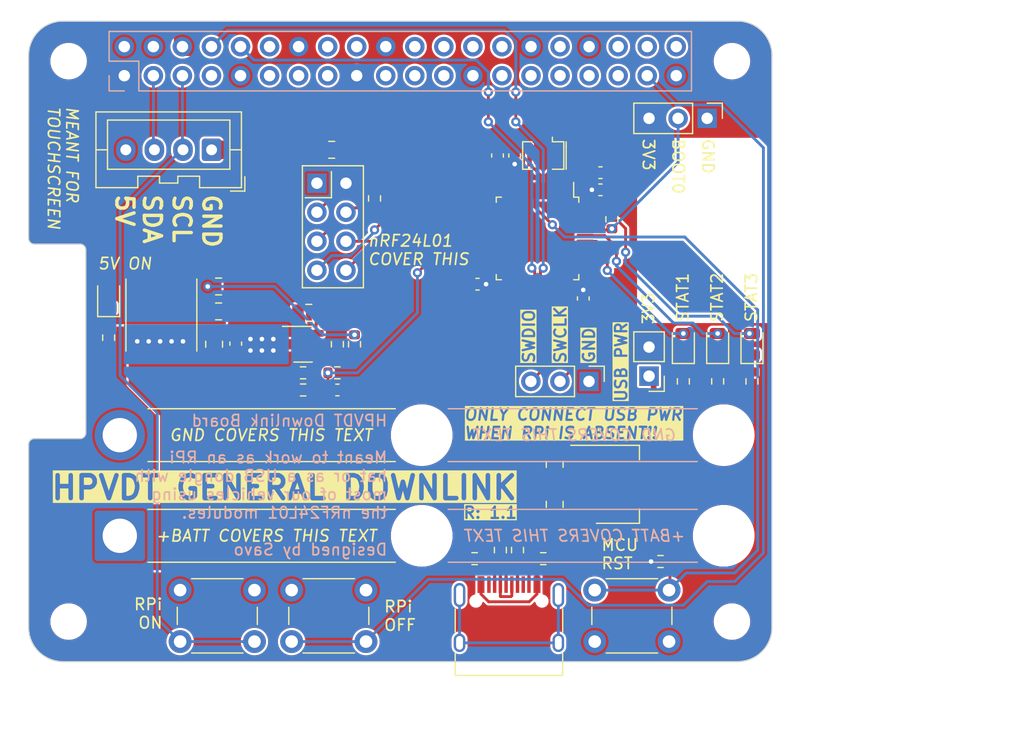
<source format=kicad_pcb>
(kicad_pcb (version 20221018) (generator pcbnew)
  (title_block (title "Downlink") (date "2023-12-05") (rev "1.1") (company "HPVDT") (comment 1 "Common downlink board") (comment 2 "Designed to mount to an RPi with a CSI display"))
  (layers (0 "F.Cu" signal) (31 "B.Cu" signal) (34 "B.Paste" user) (35 "F.Paste" user) (36 "B.SilkS" user "B.Silkscreen") (37 "F.SilkS" user "F.Silkscreen") (38 "B.Mask" user) (39 "F.Mask" user) (44 "Edge.Cuts" user))
  (net 0 "")
  (net 1 "GND")
  (net 2 "/SDA")
  (net 3 "/SCL")
  (net 4 "+3.3V")
  (net 5 "+5V")
  (net 6 "/BOOT0")
  (net 7 "+BATT")
  (net 8 "/FB")
  (net 9 "/RF_{INT}")
  (net 10 "/SCK")
  (net 11 "/MISO")
  (net 12 "/MOSI")
  (net 13 "/RF_{SEL}")
  (net 14 "/RF_{EN}")
  (net 15 "/BATT_{DIV}")
  (net 16 "Net-(D1-K)")
  (net 17 "/STATUS_{1}")
  (net 18 "Net-(D2-K)")
  (net 19 "/STATUS_{2}")
  (net 20 "Net-(D3-K)")
  (net 21 "/STATUS_{3}")
  (net 22 "/RPi_{TX}")
  (net 23 "/RPi_{RX}")
  (net 24 "/GPIO26")
  (net 25 "/D+")
  (net 26 "/D-")
  (net 27 "/USB_D-")
  (net 28 "/USB_D+")
  (net 29 "/SDWIO")
  (net 30 "/SWCLK")
  (net 31 "Net-(D4-K)")
  (net 32 "/RST_{MCU}")
  (net 33 "Net-(U1-VI)")
  (net 34 "Net-(JP1-A)")
  (net 35 "Net-(U2-VBST)")
  (net 36 "Net-(U2-SW)")
  (net 37 "Net-(J1-CC1)")
  (net 39 "Net-(J1-CC2)")
  (net 41 "unconnected-(J1-SHIELD-PadS1)")
  (net 65 "Net-(U2-EN)")
  (net 70 "Net-(U3-PD0)")
  (net 71 "Net-(U3-PD1)")
  (footprint "Connector_PinHeader_2.54mm:PinHeader_1x03_P2.54mm_Vertical" (layer "F.Cu") (at 149 75.5 -90)
    (fp_text reference "J4" hide)
    (fp_text value "PROGRAM")
  )
  (footprint "Capacitor_SMD:C_0603_1608Metric" (layer "F.Cu") (at 150 58.75 180)
    (fp_text reference "C9" hide)
    (fp_text value "100n")
  )
  (footprint "Resistor_SMD:R_0603_1608Metric" (layer "F.Cu") (at 163.25 75.5 90)
    (fp_text reference "R12" hide)
    (fp_text value "330")
  )
  (footprint "MountingHole:MountingHole_2.7mm_M2.5" (layer "F.Cu") (at 161.5 47.5)
    (fp_text reference "MH2" hide)
    (fp_text value "MountingHole_2.7mm_M2.5" hide)
  )
  (footprint "Resistor_SMD:R_0603_1608Metric" (layer "F.Cu") (at 124 74.75)
    (fp_text reference "R5" hide)
    (fp_text value "10k")
  )
  (footprint "Resistor_SMD:R_0603_1608Metric" (layer "F.Cu") (at 151 61.325 -90)
    (fp_text reference "R9" hide)
    (fp_text value "10k")
  )
  (footprint "Capacitor_SMD:C_0805_2012Metric" (layer "F.Cu") (at 116.6125 69.38 180)
    (fp_text reference "C6" hide)
    (fp_text value "22u")
  )
  (footprint "Capacitor_SMD:C_0603_1608Metric" (layer "F.Cu") (at 150 57.25 180)
    (fp_text reference "C15" hide)
    (fp_text value "1u")
  )
  (footprint "Resistor_SMD:R_0603_1608Metric" (layer "F.Cu") (at 141.25 90.25 90)
    (fp_text reference "R3" hide)
    (fp_text value "22")
  )
  (footprint "Package_TO_SOT_SMD:TSOT-23-6" (layer "F.Cu") (at 124 72.25)
    (fp_text reference "U2" hide)
    (fp_text value "TPS563208DDCR")
  )
  (footprint "Button_Switch_THT:SW_PUSH_6mm_H4.3mm" (layer "F.Cu") (at 123 93.75)
    (fp_text reference "SW2" hide)
    (fp_text value "RPi_{OFF}")
  )
  (footprint "Resistor_SMD:R_0603_1608Metric" (layer "F.Cu") (at 128.5 72.25 -90)
    (fp_text reference "R6" hide)
    (fp_text value "54k9")
  )
  (footprint "Package_TO_SOT_SMD:SOT-223-3_TabPin2" (layer "F.Cu") (at 151.5 84.5)
    (fp_text reference "U1" hide)
    (fp_text value "AZ1117-3.3")
  )
  (footprint "Button_Switch_THT:SW_PUSH_6mm_H4.3mm" (layer "F.Cu") (at 156 98.25 180)
    (fp_text reference "SW3" hide)
    (fp_text value "MCU_{RST}")
  )
  (footprint "Capacitor_SMD:C_0603_1608Metric" (layer "F.Cu") (at 141 55.75 -90)
    (fp_text reference "C8" hide)
    (fp_text value "100n")
  )
  (footprint "Resistor_SMD:R_0603_1608Metric" (layer "F.Cu") (at 142.75 90.25 90)
    (fp_text reference "R4" hide)
    (fp_text value "22")
  )
  (footprint "Capacitor_SMD:C_0805_2012Metric" (layer "F.Cu") (at 146 82.75 -90)
    (fp_text reference "C4" hide)
    (fp_text value "22u")
  )
  (footprint "Capacitor_SMD:C_0805_2012Metric" (layer "F.Cu") (at 146 86.25 90)
    (fp_text reference "C2" hide)
    (fp_text value "10u")
  )
  (footprint "Resistor_SMD:R_0603_1608Metric" (layer "F.Cu") (at 124 76.25 180)
    (fp_text reference "R15" hide)
    (fp_text value "50k")
  )
  (footprint "Package_QFP:LQFP-48_7x7mm_P0.5mm" (layer "F.Cu") (at 144.5 63 -90)
    (fp_text reference "U3" hide)
    (fp_text value "STM32F103C8Tx")
  )
  (footprint "Resistor_SMD:R_0603_1608Metric" (layer "F.Cu") (at 127 74.75 180)
    (fp_text reference "R16" hide)
    (fp_text value "10k")
  )
  (footprint "Resistor_SMD:R_0603_1608Metric" (layer "F.Cu") (at 145 91)
    (fp_text reference "R2" hide)
    (fp_text value "5.1k")
  )
  (footprint "Connector_PinHeader_2.54mm:PinHeader_1x02_P2.54mm_Vertical" (layer "F.Cu") (at 154.25 75.04 180)
    (fp_text reference "JP1" hide)
    (fp_text value "USB_PWR")
  )
  (footprint "LED_SMD:LED_0805_2012Metric" (layer "F.Cu") (at 107 68.1475 90)
    (fp_text reference "D2" hide)
    (fp_text value "LED")
  )
  (footprint "Inductor_SMD:L_Taiyo-Yuden_NR-60xx" (layer "F.Cu") (at 111.6125 69.7 90)
    (fp_text reference "L1" hide)
    (fp_text value "3u3")
  )
  (footprint "Button_Switch_THT:SW_PUSH_6mm_H4.3mm" (layer "F.Cu") (at 113.25 93.75)
    (fp_text reference "SW1" hide)
    (fp_text value "RPi_{ON}")
  )
  (footprint "Resistor_SMD:R_0603_1608Metric" (layer "F.Cu") (at 127 72.25 -90)
    (fp_text reference "R7" hide)
    (fp_text value "10k")
  )
  (footprint "Resistor_SMD:R_0603_1608Metric" (layer "F.Cu") (at 155.25 91.25 180)
    (fp_text reference "R13" hide)
    (fp_text value "10k")
  )
  (footprint "Resistor_SMD:R_0603_1608Metric" (layer "F.Cu") (at 130.25 59.5 90)
    (fp_text reference "R14" hide)
    (fp_text value "10k")
  )
  (footprint "MountingHole:MountingHole_2.7mm_M2.5" (layer "F.Cu") (at 103.5 96.5)
    (fp_text reference "MH3" hide)
    (fp_text value "MountingHole_2.7mm_M2.5" hide)
  )
  (footprint "Resistor_SMD:R_0603_1608Metric" (layer "F.Cu") (at 160.25 75.5 90)
    (fp_text reference "R11" hide)
    (fp_text value "330")
  )
  (footprint "Connector_USB:USB_C_Receptacle_HRO_TYPE-C-31-M-12" (layer "F.Cu") (at 142 97.31)
    (fp_text reference "J1" hide)
    (fp_text value "USB_C_Receptacle_USB2.0")
  )
  (footprint "Connector_Wire:SolderWire-2.5sqmm_1x02_P8.8mm_D2.4mm_OD4.4mm_Relief2x" (layer "F.Cu") (at 107.975 89 90)
    (fp_text reference "BT1" hide)
    (fp_text value "Battery")
  )
  (footprint "MountingHole:MountingHole_2.7mm_M2.5" (layer "F.Cu") (at 103.5 47.5)
    (fp_text reference "MH1" hide)
    (fp_text value "MountingHole_2.7mm_M2.5" hide)
  )
  (footprint "Capacitor_SMD:C_0805_2012Metric" (layer "F.Cu") (at 116.6125 67.2 180)
    (fp_text reference "C7" hide)
    (fp_text value "22u")
  )
  (footprint "Capacitor_SMD:C_0603_1608Metric" (layer "F.Cu") (at 148.5 68.25 90)
    (fp_text reference "C11" hide)
    (fp_text value "100n")
  )
  (footprint "Resistor_SMD:R_0603_1608Metric" (layer "F.Cu") (at 107 71.675 90)
    (fp_text reference "R10" hide)
    (fp_text value "330")
  )
  (footprint "Capacitor_SMD:C_0603_1608Metric" (layer "F.Cu") (at 118.1125 72.2 -90)
    (fp_text reference "C3" hide)
    (fp_text value "100n")
  )
  (footprint "LED_SMD:LED_0805_2012Metric" (layer "F.Cu") (at 160.25 72.25 90)
    (fp_text reference "D3" hide)
    (fp_text value "LED")
  )
  (footprint "Connector_JST:JST_XA_B04B-XASK-1_1x04_P2.50mm_Vertical" (layer "F.Cu") (at 116 55.25 180)
    (fp_text reference "J2" hide)
    (fp_text value "SCREEN")
  )
  (footprint "Capacitor_SMD:C_0603_1608Metric" (layer "F.Cu") (at 127 76.25 180)
    (fp_text reference "C13" hide)
    (fp_text value "100n")
  )
  (footprint "LED_SMD:LED_0805_2012Metric" (layer "F.Cu") (at 157.25 72.25 90)
    (fp_text reference "D1" hide)
    (fp_text value "LED")
  )
  (footprint "Resistor_SMD:R_0603_1608Metric" (layer "F.Cu") (at 139 91 180)
    (fp_text reference "R1" hide)
    (fp_text value "5.1k")
  )
  (footprint "Capacitor_SMD:C_0805_2012Metric" (layer "F.Cu") (at 116.2225 72.25 -90)
    (fp_text reference "C1" hide)
    (fp_text value "10u")
  )
  (footprint "MountingHole:MountingHole_2.7mm_M2.5" (layer "F.Cu") (at 161.5 96.5)
    (fp_text reference "MH4" hide)
    (fp_text value "MountingHole_2.7mm_M2.5" hide)
  )
  (footprint "Crystal:Resonator_SMD_Murata_CSTxExxV-3Pin_3.0x1.1mm" (layer "F.Cu") (at 145 55.75 180)
    (fp_text reference "Y1" hide)
    (fp_text value "8M")
  )
  (footprint "RF_Module:nRF24L01_Breakout" (layer "F.Cu") (at 125.21 58.17)
    (fp_text reference "U4" hide)
    (fp_text value "nRF24L01")
  )
  (footprint "Capacitor_SMD:C_0603_1608Metric" (layer "F.Cu") (at 142.5 55.75 -90)
    (fp_text reference "C12" hide)
    (fp_text value "10n")
  )
  (footprint "Capacitor_SMD:C_0805_2012Metric" (layer "F.Cu") (at 126.5 55.25)
    (fp_text reference "C14" hide)
    (fp_text value "10u")
  )
  (footprint "LED_SMD:LED_0805_2012Metric" (layer "F.Cu") (at 163.25 72.25 90)
    (fp_text reference "D4" hide)
    (fp_text value "LED")
  )
  (footprint "Connector_PinHeader_2.54mm:PinHeader_1x03_P2.54mm_Vertical" (layer "F.Cu") (at 159.33 52.5 -90)
    (fp_text reference "JP2" hide)
    (fp_text value "BOOT0")
  )
  (footprint "Capacitor_SMD:C_0805_2012Metric" (layer "F.Cu") (at 124.5 69.5 180)
    (fp_text reference "C5" hide)
    (fp_text value "100n")
  )
  (footprint "Resistor_SMD:R_0603_1608Metric" (layer "F.Cu") (at 157.25 75.5 90)
    (fp_text reference "R8" hide)
    (fp_text value "330")
  )
  (footprint "Capacitor_SMD:C_0603_1608Metric" (layer "F.Cu") (at 139.25 67)
    (fp_text reference "C10" hide)
    (fp_text value "100n")
  )
  (footprint "Connector_PinSocket_2.54mm:PinSocket_2x20_P2.54mm_Vertical" (layer "B.Cu") (at 108.37 48.77 -90)
    (fp_text reference "J3" hide)
    (fp_text value "GPIO")
  )
  (gr_arc (start 100.5 63.5) (mid 100.146447 63.353553) (end 100 63) (stroke (width 0.1)) (layer "Edge.Cuts"))
  (gr_arc (start 162 44) (mid 164.12132 44.87868) (end 165 47) (stroke (width 0.1)) (layer "Edge.Cuts"))
  (gr_line (start 165 97) (end 165 47) (stroke (width 0.1)) (layer "Edge.Cuts"))
  (gr_line (start 100 47) (end 100 63) (stroke (width 0.1)) (layer "Edge.Cuts"))
  (gr_arc (start 103 100) (mid 100.87868 99.12132) (end 100 97) (stroke (width 0.1)) (layer "Edge.Cuts"))
  (gr_line (start 103 100) (end 162 100) (stroke (width 0.1)) (layer "Edge.Cuts"))
  (gr_line (start 104.5 80.5) (end 100.5 80.5) (stroke (width 0.1)) (layer "Edge.Cuts"))
  (gr_arc (start 100 81) (mid 100.146138 80.646755) (end 100.499127 80.500001) (stroke (width 0.1)) (layer "Edge.Cuts"))
  (gr_arc (start 165 97) (mid 164.12132 99.12132) (end 162 100) (stroke (width 0.1)) (layer "Edge.Cuts"))
  (gr_line (start 105 64) (end 105 80) (stroke (width 0.1)) (layer "Edge.Cuts"))
  (gr_arc (start 100 47) (mid 100.87868 44.87868) (end 103 44) (stroke (width 0.1)) (layer "Edge.Cuts"))
  (gr_line (start 100 81) (end 100 97) (stroke (width 0.1)) (layer "Edge.Cuts"))
  (gr_line (start 100.5 63.5) (end 104.5 63.5) (stroke (width 0.1)) (layer "Edge.Cuts"))
  (gr_arc (start 105 80) (mid 104.853553 80.353553) (end 104.5 80.5) (stroke (width 0.1)) (layer "Edge.Cuts"))
  (gr_arc (start 104.5 63.5) (mid 104.853553 63.646447) (end 105 64) (stroke (width 0.1)) (layer "Edge.Cuts"))
  (gr_line (start 162 44) (end 103 44) (stroke (width 0.1)) (layer "Edge.Cuts"))
  (gr_text "GND COVERS THIS TEXT" (at 147.8 80.2) (layer "B.SilkS") (effects (font (size 1 1) (thickness 0.15) italic) (justify mirror)))
  (gr_text "+BATT COVERS THIS TEXT" (at 147.8 89) (layer "B.SilkS") (effects (font (size 1 1) (thickness 0.15) italic) (justify mirror)))
  (gr_text "5V ON" (at 106 65.2) (layer "F.SilkS") (effects (font (size 1 1) (thickness 0.15) italic) (justify left)))
  (gr_text "BOOT0" (at 156.8 54.2 -90) (layer "F.SilkS") (effects (font (size 1 1)) (justify left)))
  (gr_text "5V" (at 108.4 59 270) (layer "F.SilkS") (effects (font (size 1.5 1.5) (thickness 0.3) bold) (justify left)))
  (gr_text "MCU\nRST" (at 150 92) (layer "F.SilkS") (effects (font (size 1 1)) (justify left bottom)))
  (gr_text "GND" (at 116 59 -90) (layer "F.SilkS") (effects (font (size 1.5 1.5) (thickness 0.3) bold) (justify left)))
  (gr_text "SDA" (at 110.8 59 -90) (layer "F.SilkS") (effects (font (size 1.5 1.5) (thickness 0.3) bold) (justify left)))
  (gr_text "HPVDT GENERAL DOWNLINK" (at 101.8 84.8) (layer "F.SilkS" knockout) (effects (font (size 2 2) (thickness 0.4) bold) (justify left)))
  (gr_text "GND" (at 149 74 90) (layer "F.SilkS" knockout) (effects (font (size 1 1) (thickness 0.2) bold) (justify left)))
  (gr_text "nRF24L01\nCOVER THIS" (at 129.6 65.4) (layer "F.SilkS") (effects (font (size 1 1) (thickness 0.15) italic) (justify left bottom)))
  (gr_text "SWDIO" (at 143.75 74 90) (layer "F.SilkS" knockout) (effects (font (size 1 1) (thickness 0.2) bold) (justify left)))
  (gr_text "MEANT FOR\nTOUCHSCREEN" (at 101.6 51.4 -90) (layer "F.SilkS") (effects (font (size 1 1) (thickness 0.15) italic) (justify left bottom)))
  (gr_text "ONLY CONNECT USB PWR\nWHEN RPi IS ABSENT!!" (at 138 80.6) (layer "F.SilkS" knockout) (effects (font (size 1 1) (thickness 0.2) bold italic) (justify left bottom)))
  (gr_text "RPi\nOFF" (at 131 96) (layer "F.SilkS") (effects (font (size 1 1)) (justify left)))
  (gr_text "STAT3" (at 163.2 70.4 90) (layer "F.SilkS") (effects (font (size 1 1)) (justify left)))
  (gr_text "RPi\nON" (at 111.8 95.8) (layer "F.SilkS") (effects (font (size 1 1)) (justify right)))
  (gr_text "STAT2" (at 160.2 70.4 90) (layer "F.SilkS") (effects (font (size 1 1)) (justify left)))
  (gr_text "3V3" (at 154.2 54.2 -90) (layer "F.SilkS") (effects (font (size 1 1)) (justify left)))
  (gr_text "GND" (at 159.4 54.2 -90) (layer "F.SilkS") (effects (font (size 1 1)) (justify left)))
  (gr_text "USB PWR" (at 152.4 73.8 90) (layer "F.SilkS" knockout) (effects (font (size 1 1) (thickness 0.2) bold) (justify bottom)))
  (gr_text "SCL" (at 113.4 59 -90) (layer "F.SilkS") (effects (font (size 1.5 1.5) (thickness 0.3) bold) (justify left)))
  (gr_text "GND COVERS THIS TEXT" (at 121.2 80.2) (layer "F.SilkS") (effects (font (size 1 1) (thickness 0.15) italic)))
  (gr_text "+BATT COVERS THIS TEXT" (at 120.8 89) (layer "F.SilkS") (effects (font (size 1 1) (thickness 0.15) italic)))
  (gr_text "3V3" (at 154.2 70.6 90) (layer "F.SilkS") (effects (font (size 1 1)) (justify left)))
  (gr_text "STAT1" (at 157.2 70.4 90) (layer "F.SilkS") (effects (font (size 1 1)) (justify left)))
  (gr_text "R: ${REVISION}" (at 142.8 86.4) (layer "F.SilkS" knockout) (effects (font (size 1 1) (thickness 0.2) bold) (justify right top)))
  (gr_text "SWCLK" (at 146.5 74 90) (layer "F.SilkS" knockout) (effects (font (size 1 1) (thickness 0.2) bold) (justify left)))
  (gr_text_box "HPVDT Downlink Board\n\nMeant to work as an RPi hat or as a USB dongle with most of our vehicles using the nRF24L01 modules.\n\nDesigned by Savo" (start 108.4 77.6) (end 132.2 92) (layer "B.SilkS") (effects (font (size 1 1)) (justify left top mirror)))
  (segment (start 110.91 55.16) (end 111 55.25) (width 0.25) (layer "B.Cu") (net 2))
  (segment (start 110.91 48.77) (end 110.91 55.16) (width 0.25) (layer "B.Cu") (net 2))
  (segment (start 113.45 48.77) (end 113.45 55.2) (width 0.25) (layer "B.Cu") (net 3))
  (segment (start 119.75 98.25) (end 113.25 98.25) (width 0.25) (layer "B.Cu") (net 3))
  (segment (start 108 60.625) (end 108 75) (width 0.25) (layer "B.Cu") (net 3))
  (segment (start 111.25 96.25) (end 113.25 98.25) (width 0.25) (layer "B.Cu") (net 3))
  (segment (start 113.45 55.2) (end 113.5 55.25) (width 0.25) (layer "B.Cu") (net 3))
  (segment (start 111.25 78.25) (end 111.25 96.25) (width 0.25) (layer "B.Cu") (net 3))
  (segment (start 113.5 55.25) (end 113.375 55.25) (width 0.25) (layer "B.Cu") (net 3))
  (segment (start 108 75) (end 111.25 78.25) (width 0.25) (layer "B.Cu") (net 3))
  (segment (start 113.375 55.25) (end 108 60.625) (width 0.25) (layer "B.Cu") (net 3))
  (segment (start 129.745 58.17) (end 130.25 58.675) (width 0.25) (layer "F.Cu") (net 4))
  (segment (start 148.6625 59.3125) (end 149.225 58.75) (width 0.25) (layer "F.Cu") (net 4))
  (segment (start 149.25 58.75) (end 149.225 57.25) (width 0.25) (layer "F.Cu") (net 4))
  (segment (start 142.5 56.5) (end 142.475 56.5) (width 0.25) (layer "F.Cu") (net 4))
  (segment (start 147.25 67.1625) (end 148.1625 67.1625) (width 0.25) (layer "F.Cu") (net 4))
  (segment (start 141 56.525) (end 142.5 56.525) (width 0.25) (layer "F.Cu") (net 4))
  (segment (start 140.025 66.0625) (end 140.3375 65.75) (width 0.25) (layer "F.Cu") (net 4))
  (segment (start 127.75 58.17) (end 129.745 58.17) (width 0.25) (layer "F.Cu") (net 4))
  (segment (start 148.6625 60.25) (end 148.6625 59.3125) (width 0.25) (layer "F.Cu") (net 4))
  (segment (start 142.475 56.5) (end 143.25 57.275) (width 0.25) (layer "F.Cu") (net 4))
  (segment (start 140.025 67) (end 140.025 66.0625) (width 0.25) (layer "F.Cu") (net 4))
  (segment (start 142.5 56.525) (end 142.5 56.5) (width 0.25) (layer "F.Cu") (net 4))
  (segment (start 148.1625 67.1625) (end 148.5 67.5) (width 0.25) (layer "F.Cu") (net 4))
  (segment (start 143.25 57.275) (end 143.25 58.8375) (width 0.25) (layer "F.Cu") (net 4))
  (segment (start 149.225 58.75) (end 149.25 58.75) (width 0.25) (layer "F.Cu") (net 4))
  (segment (start 127.75 58.17) (end 127.75 55.55) (width 0.25) (layer "F.Cu") (net 4))
  (segment (start 127.75 55.55) (end 127.45 55.25) (width 0.25) (layer "F.Cu") (net 4))
  (via (at 149.25 58.75) (size 0.8) (drill 0.4) (layers "F.Cu" "B.Cu") (net 4))
  (via (at 154.425 91.25) (size 0.8) (drill 0.4) (layers "F.Cu" "B.Cu") (net 4))
  (via (at 148.5 67.5) (size 0.8) (drill 0.4) (layers "F.Cu" "B.Cu") (net 4))
  (via (at 140 67) (size 0.8) (drill 0.4) (layers "F.Cu" "B.Cu") (net 4))
  (via (at 142.5 56.5) (size 0.8) (drill 0.4) (layers "F.Cu" "B.Cu") (net 4))
  (segment (start 115.7 67.2) (end 115.75 67.25) (width 0.25) (layer "F.Cu") (net 5))
  (segment (start 115.7 67.2) (end 115.6625 67.2) (width 0.25) (layer "F.Cu") (net 5))
  (via (at 128.5 71.425) (size 0.8) (drill 0.4) (layers "F.Cu" "B.Cu") (net 5))
  (via (at 115.6625 67.2) (size 0.8) (drill 0.4) (layers "F.Cu" "B.Cu") (net 5))
  (segment (start 115.6625 67.2) (end 121.5 67.2) (width 0.25) (layer "B.Cu") (net 5))
  (segment (start 125.725 71.425) (end 121.5 67.2) (width 0.25) (layer "B.Cu") (net 5))
  (segment (start 128.5 71.425) (end 125.725 71.425) (width 0.25) (layer "B.Cu") (net 5))
  (segment (start 148.6625 62.25) (end 150.9 62.25) (width 0.25) (layer "F.Cu") (net 6))
  (segment (start 150.9 62.25) (end 151 62.15) (width 0.25) (layer "F.Cu") (net 6))
  (via (at 151 62.15) (size 0.8) (drill 0.4) (layers "F.Cu" "B.Cu") (net 6))
  (segment (start 156.79 52.5) (end 156.79 56.36) (width 0.25) (layer "B.Cu") (net 6))
  (segment (start 156.79 56.36) (end 151 62.15) (width 0.25) (layer "B.Cu") (net 6))
  (segment (start 125.1375 73.2) (end 126.875 73.2) (width 0.25) (layer "F.Cu") (net 8))
  (segment (start 128.5 73.075) (end 127 73.075) (width 0.25) (layer "F.Cu") (net 8))
  (segment (start 126.875 73.2) (end 127 73.075) (width 0.25) (layer "F.Cu") (net 8))
  (segment (start 135 64) (end 136.25 62.75) (width 0.25) (layer "F.Cu") (net 9))
  (segment (start 129.54 64) (end 135 64) (width 0.25) (layer "F.Cu") (net 9))
  (segment (start 136.25 62.75) (end 140.3375 62.75) (width 0.25) (layer "F.Cu") (net 9))
  (segment (start 127.75 65.79) (end 129.54 64) (width 0.25) (layer "F.Cu") (net 9))
  (segment (start 129.75 61.25) (end 140.3375 61.25) (width 0.25) (layer "F.Cu") (net 10))
  (segment (start 128.925 62.075) (end 129.75 61.25) (width 0.25) (layer "F.Cu") (net 10))
  (segment (start 125.21 63.25) (end 126.385 62.075) (width 0.25) (layer "F.Cu") (net 10))
  (segment (start 126.385 62.075) (end 128.925 62.075) (width 0.25) (layer "F.Cu") (net 10))
  (segment (start 140.3375 61.75) (end 130.75 61.75) (width 0.25) (layer "F.Cu") (net 11))
  (segment (start 130.75 61.75) (end 130.25 62.25) (width 0.25) (layer "F.Cu") (net 11))
  (via (at 130.25 62.25) (size 0.8) (drill 0.4) (layers "F.Cu" "B.Cu") (net 11))
  (segment (start 130.25 62.411701) (end 128.161701 64.5) (width 0.25) (layer "B.Cu") (net 11))
  (segment (start 130.25 62.25) (end 130.25 62.411701) (width 0.25) (layer "B.Cu") (net 11))
  (segment (start 126.5 64.5) (end 125.21 65.79) (width 0.25) (layer "B.Cu") (net 11))
  (segment (start 128.161701 64.5) (end 126.5 64.5) (width 0.25) (layer "B.Cu") (net 11))
  (segment (start 135.25 62.25) (end 140.3375 62.25) (width 0.25) (layer "F.Cu") (net 12))
  (segment (start 127.75 63.25) (end 134.25 63.25) (width 0.25) (layer "F.Cu") (net 12))
  (segment (start 134.25 63.25) (end 135.25 62.25) (width 0.25) (layer "F.Cu") (net 12))
  (segment (start 140.3375 60.25) (end 130.325 60.25) (width 0.25) (layer "F.Cu") (net 13))
  (segment (start 128.135 60.325) (end 127.75 60.71) (width 0.25) (layer "F.Cu") (net 13))
  (segment (start 130.325 60.25) (end 130.25 60.325) (width 0.25) (layer "F.Cu") (net 13))
  (segment (start 130.25 60.325) (end 128.135 60.325) (width 0.25) (layer "F.Cu") (net 13))
  (segment (start 126.385 59.535) (end 141.0525 59.535) (width 0.25) (layer "F.Cu") (net 14))
  (segment (start 141.0525 59.535) (end 141.75 58.8375) (width 0.25) (layer "F.Cu") (net 14))
  (segment (start 125.21 60.71) (end 126.385 59.535) (width 0.25) (layer "F.Cu") (net 14))
  (segment (start 136.75 63.25) (end 140.3375 63.25) (width 0.25) (layer "F.Cu") (net 15))
  (segment (start 126.175 74.75) (end 126.175 76.2) (width 0.25) (layer "F.Cu") (net 15))
  (segment (start 126.175 76.2) (end 126.225 76.25) (width 0.25) (layer "F.Cu") (net 15))
  (segment (start 126.225 76.25) (end 124.825 76.25) (width 0.25) (layer "F.Cu") (net 15))
  (segment (start 136.75 63.25) (end 134 66) (width 0.25) (layer "F.Cu") (net 15))
  (via (at 126.175 74.75) (size 0.8) (drill 0.4) (layers "F.Cu" "B.Cu") (net 15))
  (via (at 134 66) (size 0.8) (drill 0.4) (layers "F.Cu" "B.Cu") (net 15))
  (segment (start 134 66) (end 134 69.5) (width 0.25) (layer "B.Cu") (net 15))
  (segment (start 126.175 74.75) (end 128.75 74.75) (width 0.25) (layer "B.Cu") (net 15))
  (segment (start 128.75 74.75) (end 134 69.5) (width 0.25) (layer "B.Cu") (net 15))
  (segment (start 157.25 74.675) (end 157.25 73.1875) (width 0.25) (layer "F.Cu") (net 16))
  (segment (start 150.6 64.2) (end 150.2 63.8) (width 0.25) (layer "F.Cu") (net 17))
  (segment (start 148.6625 63.25) (end 149.65 63.25) (width 0.25) (layer "F.Cu") (net 17))
  (segment (start 149.65 63.25) (end 150.2 63.8) (width 0.25) (layer "F.Cu") (net 17))
  (segment (start 150.6 65.8) (end 150.6 64.2) (width 0.25) (layer "F.Cu") (net 17))
  (via (at 157.25 71.3125) (size 0.8) (drill 0.4) (layers "F.Cu" "B.Cu") (net 17))
  (via (at 150.6 65.8) (size 0.8) (drill 0.4) (layers "F.Cu" "B.Cu") (net 17))
  (segment (start 157.25 71.3125) (end 156.1125 71.3125) (width 0.25) (layer "B.Cu") (net 17))
  (segment (start 156.1125 71.3125) (end 150.6 65.8) (width 0.25) (layer "B.Cu") (net 17))
  (segment (start 107 70.85) (end 107 69.085) (width 0.25) (layer "F.Cu") (net 18))
  (segment (start 151.4 63.773004) (end 150.376996 62.75) (width 0.25) (layer "F.Cu") (net 19))
  (segment (start 148.6625 62.75) (end 150.376996 62.75) (width 0.25) (layer "F.Cu") (net 19))
  (segment (start 151.4 65) (end 151.4 63.773004) (width 0.25) (layer "F.Cu") (net 19))
  (via (at 160.25 71.3125) (size 0.8) (drill 0.4) (layers "F.Cu" "B.Cu") (net 19))
  (via (at 151.4 65) (size 0.8) (drill 0.4) (layers "F.Cu" "B.Cu") (net 19))
  (segment (start 156.4 70.4) (end 151.4 65.4) (width 0.25) (layer "B.Cu") (net 19))
  (segment (start 159 71.3125) (end 158.0875 70.4) (width 0.25) (layer "B.Cu") (net 19))
  (segment (start 158.939496 71.3125) (end 159 71.3125) (width 0.25) (layer "B.Cu") (net 19))
  (segment (start 159 71.3125) (end 160.25 71.3125) (width 0.25) (layer "B.Cu") (net 19))
  (segment (start 151.4 65.4) (end 151.4 65) (width 0.25) (layer "B.Cu") (net 19))
  (segment (start 158.0875 70.4) (end 156.4 70.4) (width 0.25) (layer "B.Cu") (net 19))
  (segment (start 160.25 74.675) (end 160.25 73.1875) (width 0.25) (layer "F.Cu") (net 20))
  (segment (start 148.6625 61.75) (end 150.176996 61.75) (width 0.25) (layer "F.Cu") (net 21))
  (segment (start 150.501996 61.425) (end 151.498004 61.425) (width 0.25) (layer "F.Cu") (net 21))
  (segment (start 152.2 62.126996) (end 152.2 64.2) (width 0.25) (layer "F.Cu") (net 21))
  (segment (start 151.498004 61.425) (end 152.2 62.126996) (width 0.25) (layer "F.Cu") (net 21))
  (segment (start 150.176996 61.75) (end 150.501996 61.425) (width 0.25) (layer "F.Cu") (net 21))
  (via (at 152.2 64.2) (size 0.8) (drill 0.4) (layers "F.Cu" "B.Cu") (net 21))
  (via (at 163.0255 71.3125) (size 0.8) (drill 0.4) (layers "F.Cu" "B.Cu") (net 21))
  (segment (start 152.2 65.2) (end 152.2 64.2) (width 0.25) (layer "B.Cu") (net 21))
  (segment (start 160.2 69.8) (end 156.8 69.8) (width 0.25) (layer "B.Cu") (net 21))
  (segment (start 163.0255 71.3125) (end 161.7125 71.3125) (width 0.25) (layer "B.Cu") (net 21))
  (segment (start 161.7125 71.3125) (end 160.2 69.8) (width 0.25) (layer "B.Cu") (net 21))
  (segment (start 156.8 69.8) (end 152.2 65.2) (width 0.25) (layer "B.Cu") (net 21))
  (segment (start 144.75 67.1625) (end 144.75 65.85) (width 0.25) (layer "F.Cu") (net 22))
  (segment (start 142.6 50.2) (end 142.6 52.8) (width 0.25) (layer "F.Cu") (net 22))
  (segment (start 144.75 65.65) (end 144.75 67.1625) (width 0.25) (layer "F.Cu") (net 22))
  (segment (start 144.8 65.6) (end 144.75 65.65) (width 0.25) (layer "F.Cu") (net 22))
  (segment (start 144.75 65.85) (end 145 65.6) (width 0.25) (layer "F.Cu") (net 22))
  (via (at 142.6 50.2) (size 0.8) (drill 0.4) (layers "F.Cu" "B.Cu") (net 22))
  (via (at 142.6 52.8) (size 0.8) (drill 0.4) (layers "F.Cu" "B.Cu") (net 22))
  (via (at 145 65.6) (size 0.8) (drill 0.4) (layers "F.Cu" "B.Cu") (net 22))
  (segment (start 117.165 45.055) (end 117.165 45.035) (width 0.25) (layer "B.Cu") (net 22))
  (segment (start 117.4 44.8) (end 141.621701 44.8) (width 0.25) (layer "B.Cu") (net 22))
  (segment (start 117.165 45.035) (end 117.4 44.8) (width 0.25) (layer "B.Cu") (net 22))
  (segment (start 145 55.2) (end 145 65.6) (width 0.25) (layer "B.Cu") (net 22))
  (segment (start 115.99 46.23) (end 117.165 45.055) (width 0.25) (layer "B.Cu") (net 22))
  (segment (start 142.6 52.8) (end 145 55.2) (width 0.25) (layer "B.Cu") (net 22))
  (segment (start 142.6 45.778299) (end 142.6 50.2) (width 0.25) (layer "B.Cu") (net 22))
  (segment (start 141.621701 44.8) (end 142.6 45.778299) (width 0.25) (layer "B.Cu") (net 22))
  (segment (start 144.25 65.849503) (end 144.000497 65.6) (width 0.25) (layer "F.Cu") (net 23))
  (segment (start 144.25 67.1625) (end 144.25 65.849503) (width 0.25) (layer "F.Cu") (net 23))
  (segment (start 140.2 52.8) (end 140.2 50.2) (width 0.25) (layer "F.Cu") (net 23))
  (via (at 144.000497 65.6) (size 0.8) (drill 0.4) (layers "F.Cu" "B.Cu") (net 23))
  (via (at 140.2 50.2) (size 0.8) (drill 0.4) (layers "F.Cu" "B.Cu") (net 23))
  (via (at 140.2 52.8) (size 0.8) (drill 0.4) (layers "F.Cu" "B.Cu") (net 23))
  (segment (start 140.2 52.8) (end 144.000497 56.600497) (width 0.25) (layer "B.Cu") (net 23))
  (segment (start 119.705 47.405) (end 118.53 46.23) (width 0.25) (layer "B.Cu") (net 23))
  (segment (start 140.2 50.2) (end 140.2 48.458299) (width 0.25) (layer "B.Cu") (net 23))
  (segment (start 144.000497 56.600497) (end 144.000497 65.6) (width 0.25) (layer "B.Cu") (net 23))
  (segment (start 139.146701 47.405) (end 119.705 47.405) (width 0.25) (layer "B.Cu") (net 23))
  (segment (start 140.2 48.458299) (end 139.146701 47.405) (width 0.25) (layer "B.Cu") (net 23))
  (segment (start 164.25 90.5) (end 161.75 93) (width 0.25) (layer "B.Cu") (net 24))
  (segment (start 159.325 93) (end 157.25 95.075) (width 0.25) (layer "B.Cu") (net 24))
  (segment (start 164.25 55.07) (end 164.25 90.5) (width 0.25) (layer "B.Cu") (net 24))
  (segment (start 161.75 93) (end 159.325 93) (width 0.25) (layer "B.Cu") (net 24))
  (segment (start 157.25 95.075) (end 148.931726 95.075) (width 0.25) (layer "B.Cu") (net 24))
  (segment (start 148.931726 95.075) (end 146.661726 92.805) (width 0.25) (layer "B.Cu") (net 24))
  (segment (start 160.505 51.325) (end 164.25 55.07) (width 0.25) (layer "B.Cu") (net 24))
  (segment (start 156.645 51.325) (end 160.505 51.325) (width 0.25) (layer "B.Cu") (net 24))
  (segment (start 134.945 92.805) (end 129.5 98.25) (width 0.25) (layer "B.Cu") (net 24))
  (segment (start 154.09 48.77) (end 156.645 51.325) (width 0.25) (layer "B.Cu") (net 24))
  (segment (start 123 98.25) (end 129.5 98.25) (width 0.25) (layer "B.Cu") (net 24))
  (segment (start 146.661726 92.805) (end 134.945 92.805) (width 0.25) (layer "B.Cu") (net 24))
  (segment (start 141.75 93.265) (end 141.75 92.24) (width 0.25) (layer "F.Cu") (net 25))
  (segment (start 142.75 92.24) (end 142.75 93.265) (width 0.25) (layer "F.Cu") (net 25))
  (segment (start 141.75 92.24) (end 141.775 92.215) (width 0.25) (layer "F.Cu") (net 25))
  (segment (start 141.775 92.215) (end 142.725 92.215) (width 0.25) (layer "F.Cu") (net 25))
  (segment (start 142.75 91.075) (end 142.75 93.265) (width 0.25) (layer "F.Cu") (net 25))
  (segment (start 142.725 92.215) (end 142.75 92.24) (width 0.25) (layer "F.Cu") (net 25))
  (segment (start 141.25 94.29) (end 141.275 94.315) (width 0.25) (layer "F.Cu") (net 26))
  (segment (start 141.25 93.265) (end 141.25 94.29) (width 0.25) (layer "F.Cu") (net 26))
  (segment (start 142.25 94.24) (end 142.25 93.265) (width 0.25) (layer "F.Cu") (net 26))
  (segment (start 141.275 94.315) (end 142.175 94.315) (width 0.25) (layer "F.Cu") (net 26))
  (segment (start 142.175 94.315) (end 142.25 94.24) (width 0.25) (layer "F.Cu") (net 26))
  (segment (start 141.25 91.075) (end 141.25 93.265) (width 0.25) (layer "F.Cu") (net 26))
  (segment (start 142.79633 86.076835) (end 142.79633 86.023165) (width 0.2) (layer "F.Cu") (net 27))
  (segment (start 145.275 68.293751) (end 145.25 68.268751) (width 0.2) (layer "F.Cu") (net 27))
  (segment (start 140.75367 86.95367) (end 140.75367 86.873165) (width 0.2) (layer "F.Cu") (net 27))
  (segment (start 141.775 85.226835) (end 141.775 85.2) (width 0.2) (layer "F.Cu") (net 27))
  (segment (start 141.25 88.712499) (end 141.775 88.187499) (width 0.2) (layer "F.Cu") (net 27))
  (segment (start 142.623165 85.85) (end 142.398165 85.85) (width 0.2) (layer "F.Cu") (net 27))
  (segment (start 141.775 88.187499) (end 141.775 87.75) (width 0.2) (layer "F.Cu") (net 27))
  (segment (start 145.25 68.268751) (end 145.25 67.1625) (width 0.2) (layer "F.Cu") (net 27))
  (segment (start 145.275 70.1568) (end 145.275 68.293751) (width 0.2) (layer "F.Cu") (net 27))
  (segment (start 141.601835 87.576835) (end 141.376835 87.576835) (width 0.2) (layer "F.Cu") (net 27))
  (segment (start 141.376835 86.25) (end 142.623165 86.25) (width 0.2) (layer "F.Cu") (net 27))
  (segment (start 141.25 89.425) (end 141.25 88.712499) (width 0.2) (layer "F.Cu") (net 27))
  (segment (start 141.775 85.2) (end 141.775 73.6568) (width 0.2) (layer "F.Cu") (net 27))
  (segment (start 141.775 73.6568) (end 145.275 70.1568) (width 0.2) (layer "F.Cu") (net 27))
  (arc (start 142.623165 86.25) (mid 142.745611 86.199281) (end 142.79633 86.076835) (width 0.2) (layer "F.Cu") (net 27))
  (arc (start 142.398165 85.85) (mid 141.957521 85.667479) (end 141.775 85.226835) (width 0.2) (layer "F.Cu") (net 27))
  (arc (start 142.79633 86.023165) (mid 142.745611 85.900719) (end 142.623165 85.85) (width 0.2) (layer "F.Cu") (net 27))
  (arc (start 140.75367 86.873165) (mid 140.936191 86.432521) (end 141.376835 86.25) (width 0.2) (layer "F.Cu") (net 27))
  (arc (start 141.775 87.75) (mid 141.724281 87.627554) (end 141.601835 87.576835) (width 0.2) (layer "F.Cu") (net 27))
  (arc (start 141.376835 87.576835) (mid 140.936191 87.394314) (end 140.75367 86.95367) (width 0.2) (layer "F.Cu") (net 27))
  (segment (start 142.225 85.2) (end 142.225 73.8432) (width 0.2) (layer "F.Cu") (net 28))
  (segment (start 141.376835 86.7) (end 142.623165 86.7) (width 0.2) (layer "F.Cu") (net 28))
  (segment (start 145.725 68.293751) (end 145.75 68.268751) (width 0.2) (layer "F.Cu") (net 28))
  (segment (start 142.225 73.8432) (end 145.725 70.3432) (width 0.2) (layer "F.Cu") (net 28))
  (segment (start 141.20367 86.95367) (end 141.20367 86.873165) (width 0.2) (layer "F.Cu") (net 28))
  (segment (start 141.601835 87.126835) (end 141.376835 87.126835) (width 0.2) (layer "F.Cu") (net 28))
  (segment (start 143.24633 86.076835) (end 143.24633 86.023165) (width 0.2) (layer "F.Cu") (net 28))
  (segment (start 142.623165 85.4) (end 142.398165 85.4) (width 0.2) (layer "F.Cu") (net 28))
  (segment (start 142.225 88.187499) (end 142.225 87.75) (width 0.2) (layer "F.Cu") (net 28))
  (segment (start 145.725 70.3432) (end 145.725 68.293751) (width 0.2) (layer "F.Cu") (net 28))
  (segment (start 145.75 68.268751) (end 145.75 67.1625) (width 0.2) (layer "F.Cu") (net 28))
  (segment (start 142.75 89.425) (end 142.75 88.712499) (width 0.2) (layer "F.Cu") (net 28))
  (segment (start 142.225 85.226835) (end 142.225 85.2) (width 0.2) (layer "F.Cu") (net 28))
  (segment (start 142.75 88.712499) (end 142.225 88.187499) (width 0.2) (layer "F.Cu") (net 28))
  (arc (start 142.623165 86.7) (mid 143.063809 86.517479) (end 143.24633 86.076835) (width 0.2) (layer "F.Cu") (net 28))
  (arc (start 141.20367 86.873165) (mid 141.254389 86.750719) (end 141.376835 86.7) (width 0.2) (layer "F.Cu") (net 28))
  (arc (start 142.398165 85.4) (mid 142.275719 85.349281) (end 142.225 85.226835) (width 0.2) (layer "F.Cu") (net 28))
  (arc (start 143.24633 86.023165) (mid 143.063809 85.582521) (end 142.623165 85.4) (width 0.2) (layer "F.Cu") (net 28))
  (arc (start 141.376835 87.126835) (mid 141.254389 87.076116) (end 141.20367 86.95367) (width 0.2) (layer "F.Cu") (net 28))
  (arc (start 142.225 87.75) (mid 142.042479 87.309356) (end 141.601835 87.126835) (width 0.2) (layer "F.Cu") (net 28))
  (segment (start 143.92 75.5) (end 146.25 73.17) (width 0.25) (layer "F.Cu") (net 29))
  (segment (start 146.25 73.17) (end 146.25 67.1625) (width 0.25) (layer "F.Cu") (net 29))
  (segment (start 149.3 72.66) (end 149.3 66.3875) (width 0.25) (layer "F.Cu") (net 30))
  (segment (start 149.3 66.3875) (end 148.6625 65.75) (width 0.25) (layer "F.Cu") (net 30))
  (segment (start 146.46 75.5) (end 149.3 72.66) (width 0.25) (layer "F.Cu") (net 30))
  (segment (start 163.25 74.675) (end 163.25 73.1875) (width 0.25) (layer "F.Cu") (net 31))
  (segment (start 156.075 91.25) (end 156.075 93.675) (width 0.25) (layer "F.Cu") (net 32))
  (segment (start 156.075 93.675) (end 156 93.75) (width 0.25) (layer "F.Cu") (net 32))
  (segment (start 144.25 58.8375) (end 144.25 60.25) (width 0.25) (layer "F.Cu") (net 32))
  (segment (start 144.25 60.25) (end 145.8 61.8) (width 0.25) (layer "F.Cu") (net 32))
  (via (at 145.8 61.8) (size 0.8) (drill 0.4) (layers "F.Cu" "B.Cu") (net 32))
  (segment (start 145.8 61.8) (end 146.875 62.875) (width 0.25) (layer "B.Cu") (net 32))
  (segment (start 161.75 92.25) (end 157.5 92.25) (width 0.25) (layer "B.Cu") (net 32))
  (segment (start 146.875 62.875) (end 157.375 62.875) (width 0.25) (layer "B.Cu") (net 32))
  (segment (start 157.375 62.875) (end 163.75 69.25) (width 0.25) (layer "B.Cu") (net 32))
  (segment (start 163.75 69.25) (end 163.75 90.25) (width 0.25) (layer "B.Cu") (net 32))
  (segment (start 157.5 92.25) (end 156 93.75) (width 0.25) (layer "B.Cu") (net 32))
  (segment (start 149.5 93.75) (end 156 93.75) (width 0.25) (layer "B.Cu") (net 32))
  (segment (start 163.75 90.25) (end 161.75 92.25) (width 0.25) (layer "B.Cu") (net 32))
  (segment (start 145 87.851166) (end 144.875 87.726166) (width 0.4) (layer "F.Cu") (net 33))
  (segment (start 144.45 92.19) (end 145 91.64) (width 0.4) (layer "F.Cu") (net 33))
  (segment (start 144.875 86.425) (end 146 85.3) (width 0.4) (layer "F.Cu") (net 33))
  (segment (start 147.5 86.8) (end 148.35 86.8) (width 0.5) (layer "F.Cu") (net 33))
  (segment (start 144.45 94.09) (end 144.45 93.265) (width 0.25) (layer "F.Cu") (net 33))
  (segment (start 139.55 94.09) (end 140.225 94.765) (width 0.25) (layer "F.Cu") (net 33))
  (segment (start 146 85.3) (end 147.5 86.8) (width 0.5) (layer "F.Cu") (net 33))
  (segment (start 145 91.64) (end 145 87.851166) (width 0.4) (layer "F.Cu") (net 33))
  (segment (start 140.225 94.765) (end 143.775 94.765) (width 0.25) (layer "F.Cu") (net 33))
  (segment (start 144.45 93.265) (end 144.45 92.19) (width 0.4) (layer "F.Cu") (net 33))
  (segment (start 139.55 93.265) (end 139.55 94.09) (width 0.25) (layer "F.Cu") (net 33))
  (segment (start 144.875 87.726166) (end 144.875 86.425) (width 0.4) (layer "F.Cu") (net 33))
  (segment (start 143.775 94.765) (end 144.45 94.09) (width 0.25) (layer "F.Cu") (net 33))
  (segment (start 147.55 83.7) (end 148.35 84.5) (width 0.5) (layer "F.Cu") (net 34))
  (segment (start 146 83.7) (end 147.55 83.7) (width 0.5) (layer "F.Cu") (net 34))
  (segment (start 148.35 84.5) (end 154.65 84.5) (width 0.5) (layer "F.Cu") (net 34))
  (segment (start 154.65 75.44) (end 154.25 75.04) (width 0.5) (layer "F.Cu") (net 34))
  (segment (start 154.65 84.5) (end 154.65 75.44) (width 0.5) (layer "F.Cu") (net 34))
  (segment (start 125.1375 71.3) (end 125.1375 69.8125) (width 0.25) (layer "F.Cu") (net 35))
  (segment (start 125.1375 69.8125) (end 125.45 69.5) (width 0.25) (layer "F.Cu") (net 35))
  (segment (start 122.8625 72.25) (end 123.524999 72.25) (width 0.25) (layer "F.Cu") (net 36))
  (segment (start 124.049938 71.725061) (end 124.049938 69.999938) (width 0.25) (layer "F.Cu") (net 36))
  (segment (start 123.524999 72.25) (end 124.049938 71.725061) (width 0.25) (layer "F.Cu") (net 36))
  (segment (start 124.049938 69.999938) (end 123.55 69.5) (width 0.25) (layer "F.Cu") (net 36))
  (via (at 120.4 71.8) (size 0.8) (drill 0.4) (layers "F.Cu" "B.Cu") (net 36))
  (via (at 121.4 71.8) (size 0.8) (drill 0.4) (layers "F.Cu" "B.Cu") (net 36))
  (via (at 112.5 72) (size 0.8) (drill 0.4) (layers "F.Cu" "B.Cu") (net 36))
  (via (at 110.5 72) (size 0.8) (drill 0.4) (layers "F.Cu" "B.Cu") (net 36))
  (via (at 120.4 72.8) (size 0.8) (drill 0.4) (layers "F.Cu" "B.Cu") (net 36))
  (via (at 111.5 72) (size 0.8) (drill 0.4) (layers "F.Cu" "B.Cu") (net 36))
  (via (at 119.4 72.8) (size 0.8) (drill 0.4) (layers "F.Cu" "B.Cu") (net 36))
  (via (at 113.5 72) (size 0.8) (drill 0.4) (layers "F.Cu" "B.Cu") (net 36))
  (via (at 119.4 71.8) (size 0.8) (drill 0.4) (layers "F.Cu" "B.Cu") (net 36))
  (via (at 109.5 72) (size 0.8) (drill 0.4) (layers "F.Cu" "B.Cu") (net 36))
  (via (at 121.4 72.8) (size 0.8) (drill 0.4) (layers "F.Cu" "B.Cu") (net 36))
  (segment (start 139.825 91.315) (end 139.825 91) (width 0.25) (layer "F.Cu") (net 37))
  (segment (start 140.75 93.265) (end 140.75 92.24) (width 0.25) (layer "F.Cu") (net 37))
  (segment (start 140.75 92.24) (end 139.825 91.315) (width 0.25) (layer "F.Cu") (net 37))
  (segment (start 143.75 91.425) (end 143.75 93.265) (width 0.25) (layer "F.Cu") (net 39))
  (segment (start 144.175 91) (end 143.75 91.425) (width 0.25) (layer "F.Cu") (net 39))
  (segment (start 137.68 98.36) (end 137.68 94.18) (width 0.25) (layer "B.Cu") (net 41))
  (segment (start 137.68 98.36) (end 146.32 98.36) (width 0.25) (layer "B.Cu") (net 41))
  (segment (start 146.32 98.36) (end 146.32 94.18) (width 0.25) (layer "B.Cu") (net 41))
  (segment (start 124.15 72.575001) (end 124.15 74.075) (width 0.25) (layer "F.Cu") (net 65))
  (segment (start 124.475001 72.25) (end 124.15 72.575001) (width 0.25) (layer "F.Cu") (net 65))
  (segment (start 125.1375 72.25) (end 124.475001 72.25) (width 0.25) (layer "F.Cu") (net 65))
  (segment (start 124.15 74.075) (end 124.825 74.75) (width 0.25) (layer "F.Cu") (net 65))
  (segment (start 146.2 56.5) (end 145.25 57.45) (width 0.25) (layer "F.Cu") (net 70))
  (segment (start 145.25 57.45) (end 145.25 58.8375) (width 0.25) (layer "F.Cu") (net 70))
  (segment (start 146.2 55.75) (end 146.2 56.5) (width 0.25) (layer "F.Cu") (net 70))
  (segment (start 143.8 55.75) (end 143.8 56.5) (width 0.25) (layer "F.Cu") (net 71))
  (segment (start 144.75 57.45) (end 144.75 58.8375) (width 0.25) (layer "F.Cu") (net 71))
  (segment (start 143.8 56.5) (end 144.75 57.45) (width 0.25) (layer "F.Cu") (net 71))
  (zone (net 7) (net_name "+BATT") (layer "F.Cu") (priority 3) (connect_pads yes (clearance 0.15)) (min_thickness 0.15) (fill yes (thermal_gap 0.5) (thermal_bridge_width 0.5))
    (polygon (pts (xy 124 72.25) (xy 108.75 72.25) (xy 108.75 75.75) (xy 111.5 78.5) (xy 111.5 86.25) (xy 105.25 86.25) (xy 105.25 92) (xy 114.5 92) (xy 124 82.5)))
  )
  (zone (net 0) (net_name "") (layer "F.Cu") (name "ANTENNA") (connect_pads (clearance 0)) (min_thickness 0.25)
    (keepout (tracks not_allowed) (vias not_allowed) (pads not_allowed) (copperpour not_allowed) (footprints allowed))
    (fill (thermal_gap 0.5) (thermal_bridge_width 0.5))
    (polygon (pts (xy 153.2 54.2) (xy 165 54.2) (xy 165 70.4) (xy 153.2 70.4)))
  )
  (zone (net 5) (net_name "+5V") (layer "F.Cu") (name "5V") (priority 1) (connect_pads yes (clearance 0.15)) (min_thickness 0.15) (fill yes (thermal_gap 0.5) (thermal_bridge_width 0.5))
    (polygon (pts (xy 106.35 70.5) (xy 106.35 45.15) (xy 112.5 45.15) (xy 112.5 46.5) (xy 113.25 47.25) (xy 117.25 47.25) (xy 117.25 54.25) (xy 115.25 54.25) (xy 115.25 56.25) (xy 117.25 56.25) (xy 117.25 70.5)))
  )
  (zone (net 36) (net_name "Net-(U2-SW)") (layer "F.Cu") (priority 4) (connect_pads yes (clearance 0.15)) (min_thickness 0.15) (fill yes (thermal_gap 0.5) (thermal_bridge_width 0.5))
    (polygon (pts (xy 123.6 72.8) (xy 123.6 71.75) (xy 122.2 71.75) (xy 121.8 71.35) (xy 118.9 71.35) (xy 118.9 73.25) (xy 121.8 73.25) (xy 122.2 72.8)))
  )
  (zone (net 1) (net_name "GND") (layer "F.Cu") (connect_pads yes (clearance 0.15)) (min_thickness 0.15) (fill yes (thermal_gap 0.5) (thermal_bridge_width 0.5))
    (polygon (pts (xy 97.5 42.5) (xy 97.5 102.5) (xy 167.5 102.5) (xy 167.5 42.5)))
  )
  (zone (net 36) (net_name "Net-(U2-SW)") (layer "B.Cu") (priority 2) (connect_pads yes (clearance 0.15)) (min_thickness 0.15) (fill yes (thermal_gap 0.5) (thermal_bridge_width 0.5))
    (polygon (pts (xy 108.25 70.5) (xy 122.75 70.5) (xy 122.75 74) (xy 108.25 74)))
  )
  (zone (net 4) (net_name "+3.3V") (layer "B.Cu") (connect_pads yes (clearance 0.15)) (min_thickness 0.15) (fill yes (thermal_gap 0.5) (thermal_bridge_width 0.5))
    (polygon (pts (xy 97.5 42.5) (xy 97.5 102.5) (xy 167.5 102.5) (xy 167.5 42.5)))
  )
)
</source>
